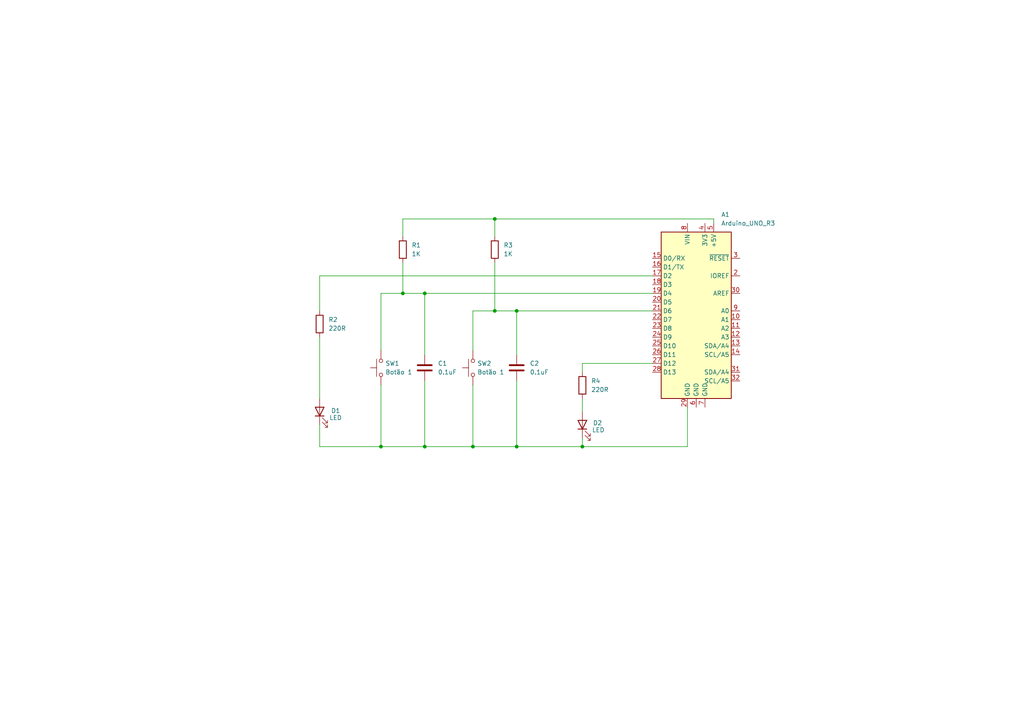
<source format=kicad_sch>
(kicad_sch (version 20250114) (generator "eeschema") (generator_version "9.0")
  (paper "A4")
  (lib_symbols
    (symbol "Device:C" (pin_numbers (hide yes)) (pin_names (offset 0.254))
      (property "Reference" "C" (at 0.635 2.54 0))
      (property "Value" "C" (at 0.635 -2.54 0))
      (symbol "C_0_1"
        (polyline (pts (xy -2.032 0.762) (xy 2.032 0.762)) (stroke (width 0.508)))
        (polyline (pts (xy -2.032 -0.762) (xy 2.032 -0.762)) (stroke (width 0.508)))
      )
      (symbol "C_1_1"
        (pin passive line (at 0 3.81 270) (length 2.794) (name "~") (number "1"))
        (pin passive line (at 0 -3.81 90) (length 2.794) (name "~") (number "2"))
      )
    )
    (symbol "Device:LED" (pin_numbers (hide yes)) (pin_names (offset 1.016) (hide yes))
      (property "Reference" "D" (at 0 2.54 0))
      (property "Value" "LED" (at 0 -2.54 0))
      (symbol "LED_0_1"
        (polyline (pts (xy -3.048 -0.762) (xy -4.572 -2.286) (xy -3.81 -2.286) (xy -4.572 -2.286) (xy -4.572 -1.524)))
        (polyline (pts (xy -1.778 -0.762) (xy -3.302 -2.286) (xy -2.54 -2.286) (xy -3.302 -2.286) (xy -3.302 -1.524)))
        (polyline (pts (xy -1.27 0) (xy 1.27 0)))
        (polyline (pts (xy -1.27 -1.27) (xy -1.27 1.27)) (stroke (width 0.254)))
        (polyline (pts (xy 1.27 -1.27) (xy 1.27 1.27) (xy -1.27 0) (xy 1.27 -1.27)) (stroke (width 0.254)))
      )
      (symbol "LED_1_1"
        (pin passive line (at -3.81 0 0) (length 2.54) (name "K") (number "1"))
        (pin passive line (at 3.81 0 180) (length 2.54) (name "A") (number "2"))
      )
    )
    (symbol "Device:R" (pin_numbers (hide yes)) (pin_names (offset 0))
      (property "Reference" "R" (at 2.032 0 90))
      (property "Value" "R" (at 0 0 90))
      (symbol "R_0_1"
        (rectangle (start -1.016 -2.54) (end 1.016 2.54) (stroke (width 0.254)))
      )
      (symbol "R_1_1"
        (pin passive line (at 0 3.81 270) (length 1.27) (name "~") (number "1"))
        (pin passive line (at 0 -3.81 90) (length 1.27) (name "~") (number "2"))
      )
    )
    (symbol "MCU_Module:Arduino_UNO_R3"
      (property "Reference" "A" (at -10.16 23.495 0))
      (property "Value" "Arduino_UNO_R3" (at 5.08 -26.67 0))
      (symbol "Arduino_UNO_R3_0_1"
        (rectangle (start -10.16 22.86) (end 10.16 -25.4) (stroke (width 0.254)) (fill (type background)))
      )
      (symbol "Arduino_UNO_R3_1_1"
        (pin bidirectional line (at -12.7 15.24 0) (length 2.54) (name "D0/RX") (number "15"))
        (pin bidirectional line (at -12.7 12.7 0) (length 2.54) (name "D1/TX") (number "16"))
        (pin bidirectional line (at -12.7 10.16 0) (length 2.54) (name "D2") (number "17"))
        (pin bidirectional line (at -12.7 7.62 0) (length 2.54) (name "D3") (number "18"))
        (pin bidirectional line (at -12.7 5.08 0) (length 2.54) (name "D4") (number "19"))
        (pin bidirectional line (at -12.7 2.54 0) (length 2.54) (name "D5") (number "20"))
        (pin bidirectional line (at -12.7 0 0) (length 2.54) (name "D6") (number "21"))
        (pin bidirectional line (at -12.7 -2.54 0) (length 2.54) (name "D7") (number "22"))
        (pin bidirectional line (at -12.7 -5.08 0) (length 2.54) (name "D8") (number "23"))
        (pin bidirectional line (at -12.7 -7.62 0) (length 2.54) (name "D9") (number "24"))
        (pin bidirectional line (at -12.7 -10.16 0) (length 2.54) (name "D10") (number "25"))
        (pin bidirectional line (at -12.7 -12.7 0) (length 2.54) (name "D11") (number "26"))
        (pin bidirectional line (at -12.7 -15.24 0) (length 2.54) (name "D12") (number "27"))
        (pin bidirectional line (at -12.7 -17.78 0) (length 2.54) (name "D13") (number "28"))
        (pin no_connect line (at -10.16 -20.32 0) (length 2.54) (hide yes) (name "NC") (number "1"))
        (pin power_in line (at -2.54 25.4 270) (length 2.54) (name "VIN") (number "8"))
        (pin power_in line (at -2.54 -27.94 90) (length 2.54) (name "GND") (number "29"))
        (pin power_in line (at 0 -27.94 90) (length 2.54) (name "GND") (number "6"))
        (pin power_out line (at 2.54 25.4 270) (length 2.54) (name "3V3") (number "4"))
        (pin power_in line (at 2.54 -27.94 90) (length 2.54) (name "GND") (number "7"))
        (pin power_out line (at 5.08 25.4 270) (length 2.54) (name "+5V") (number "5"))
        (pin input line (at 12.7 15.24 180) (length 2.54) (name "~{RESET}") (number "3"))
        (pin output line (at 12.7 10.16 180) (length 2.54) (name "IOREF") (number "2"))
        (pin input line (at 12.7 5.08 180) (length 2.54) (name "AREF") (number "30"))
        (pin bidirectional line (at 12.7 0 180) (length 2.54) (name "A0") (number "9"))
        (pin bidirectional line (at 12.7 -2.54 180) (length 2.54) (name "A1") (number "10"))
        (pin bidirectional line (at 12.7 -5.08 180) (length 2.54) (name "A2") (number "11"))
        (pin bidirectional line (at 12.7 -7.62 180) (length 2.54) (name "A3") (number "12"))
        (pin bidirectional line (at 12.7 -10.16 180) (length 2.54) (name "SDA/A4") (number "13"))
        (pin bidirectional line (at 12.7 -12.7 180) (length 2.54) (name "SCL/A5") (number "14"))
        (pin bidirectional line (at 12.7 -17.78 180) (length 2.54) (name "SDA/A4") (number "31"))
        (pin bidirectional line (at 12.7 -20.32 180) (length 2.54) (name "SCL/A5") (number "32"))
      )
    )
    (symbol "Switch:SW_Push" (pin_numbers (hide yes)) (pin_names (offset 1.016) (hide yes))
      (property "Reference" "SW" (at 1.27 2.54 0))
      (property "Value" "SW_Push" (at 0 -1.524 0))
      (symbol "SW_Push_0_1"
        (circle (center -2.032 0) (radius 0.508))
        (polyline (pts (xy 0 1.27) (xy 0 3.048)))
        (circle (center 2.032 0) (radius 0.508))
        (polyline (pts (xy 2.54 1.27) (xy -2.54 1.27)))
        (pin passive line (at -5.08 0 0) (length 2.54) (name "1") (number "1"))
        (pin passive line (at 5.08 0 180) (length 2.54) (name "2") (number "2"))
      )
    )
  )
  (junction (at 168.91 129.54))
  (junction (at 149.86 129.54))
  (junction (at 110.49 129.54))
  (junction (at 116.84 85.09))
  (junction (at 149.86 90.17))
  (junction (at 137.16 129.54))
  (junction (at 143.51 63.5))
  (junction (at 123.19 129.54))
  (junction (at 123.19 85.09))
  (junction (at 143.51 90.17))
  (wire (pts (xy 92.71 97.79) (xy 92.71 115.57)))
  (wire (pts (xy 110.49 111.76) (xy 110.49 129.54)))
  (wire (pts (xy 116.84 76.2) (xy 116.84 85.09)))
  (wire (pts (xy 116.84 63.5) (xy 143.51 63.5)))
  (wire (pts (xy 92.71 129.54) (xy 110.49 129.54)))
  (wire (pts (xy 137.16 111.76) (xy 137.16 129.54)))
  (wire (pts (xy 110.49 129.54) (xy 123.19 129.54)))
  (wire (pts (xy 207.01 63.5) (xy 207.01 64.77)))
  (wire (pts (xy 137.16 90.17) (xy 143.51 90.17)))
  (wire (pts (xy 92.71 80.01) (xy 92.71 90.17)))
  (wire (pts (xy 123.19 85.09) (xy 116.84 85.09)))
  (wire (pts (xy 168.91 105.41) (xy 168.91 107.95)))
  (wire (pts (xy 189.23 80.01) (xy 92.71 80.01)))
  (wire (pts (xy 149.86 90.17) (xy 149.86 102.87)))
  (wire (pts (xy 123.19 110.49) (xy 123.19 129.54)))
  (wire (pts (xy 189.23 105.41) (xy 168.91 105.41)))
  (wire (pts (xy 143.51 63.5) (xy 207.01 63.5)))
  (wire (pts (xy 149.86 110.49) (xy 149.86 129.54)))
  (wire (pts (xy 137.16 129.54) (xy 149.86 129.54)))
  (wire (pts (xy 143.51 76.2) (xy 143.51 90.17)))
  (wire (pts (xy 168.91 127) (xy 168.91 129.54)))
  (wire (pts (xy 123.19 129.54) (xy 137.16 129.54)))
  (wire (pts (xy 149.86 129.54) (xy 168.91 129.54)))
  (wire (pts (xy 123.19 85.09) (xy 123.19 102.87)))
  (wire (pts (xy 116.84 63.5) (xy 116.84 68.58)))
  (wire (pts (xy 110.49 101.6) (xy 110.49 85.09)))
  (wire (pts (xy 143.51 90.17) (xy 149.86 90.17)))
  (wire (pts (xy 137.16 101.6) (xy 137.16 90.17)))
  (wire (pts (xy 92.71 123.19) (xy 92.71 129.54)))
  (wire (pts (xy 143.51 63.5) (xy 143.51 68.58)))
  (wire (pts (xy 110.49 85.09) (xy 116.84 85.09)))
  (wire (pts (xy 149.86 90.17) (xy 189.23 90.17)))
  (wire (pts (xy 168.91 129.54) (xy 199.39 129.54)))
  (wire (pts (xy 168.91 115.57) (xy 168.91 119.38)))
  (wire (pts (xy 199.39 129.54) (xy 199.39 118.11)))
  (wire (pts (xy 189.23 85.09) (xy 123.19 85.09)))
  (symbol (lib_id "Switch:SW_Push") (at 137.16 106.68 90) (unit 1)
    (property "Reference" "SW2" (at 138.43 105.4099 90) (effects (justify right)))
    (property "Value" "Botão 1" (at 138.43 107.95 90) (effects (justify right)))
    (property "Description" "Push button switch, generic, two pins" (effects (hide yes)))
  )
  (symbol (lib_id "Device:C") (at 149.86 106.68 0) (unit 1)
    (property "Reference" "C2" (at 153.67 105.4099 0) (effects (justify left)))
    (property "Value" "0.1uF" (at 153.67 107.9499 0) (effects (justify left)))
    (property "Description" "Unpolarized capacitor" (effects (hide yes)))
  )
  (symbol (lib_id "Switch:SW_Push") (at 110.49 106.68 90) (unit 1)
    (property "Reference" "SW1" (at 111.76 105.4099 90) (effects (justify right)))
    (property "Value" "Botão 1" (at 111.76 107.95 90) (effects (justify right)))
    (property "Description" "Push button switch, generic, two pins" (effects (hide yes)))
  )
  (symbol (lib_id "Device:C") (at 123.19 106.68 0) (unit 1)
    (property "Reference" "C1" (at 127 105.4099 0) (effects (justify left)))
    (property "Value" "0.1uF" (at 127 107.9499 0) (effects (justify left)))
    (property "Description" "Unpolarized capacitor" (effects (hide yes)))
  )
  (symbol (lib_id "Device:R") (at 143.51 72.39 0) (unit 1)
    (property "Reference" "R3" (at 146.05 71.1199 0) (effects (justify left)))
    (property "Value" "1K" (at 146.05 73.6599 0) (effects (justify left)))
    (property "Description" "Resistor" (effects (hide yes)))
  )
  (symbol (lib_id "Device:R") (at 168.91 111.76 0) (unit 1)
    (property "Reference" "R4" (at 171.45 110.4899 0) (effects (justify left)))
    (property "Value" "220R" (at 171.45 113.0299 0) (effects (justify left)))
    (property "Description" "Resistor" (effects (hide yes)))
  )
  (symbol (lib_id "Device:LED") (at 92.71 119.38 90) (unit 1)
    (property "Reference" "D1" (at 96.012 119.126 90) (effects (justify right)))
    (property "Value" "LED" (at 95.504 121.158 90) (effects (justify right)))
    (property "Description" "Light emitting diode" (effects (hide yes)))
    (property "Sim.Pins" "1=K 2=A" (effects (hide yes)))
  )
  (symbol (lib_id "Device:R") (at 116.84 72.39 0) (unit 1)
    (property "Reference" "R1" (at 119.38 71.1199 0) (effects (justify left)))
    (property "Value" "1K" (at 119.38 73.6599 0) (effects (justify left)))
    (property "Description" "Resistor" (effects (hide yes)))
  )
  (symbol (lib_id "Device:LED") (at 168.91 123.19 90) (unit 1)
    (property "Reference" "D2" (at 171.958 122.682 90) (effects (justify right)))
    (property "Value" "LED" (at 171.704 124.714 90) (effects (justify right)))
    (property "Description" "Light emitting diode" (effects (hide yes)))
    (property "Sim.Pins" "1=K 2=A" (effects (hide yes)))
  )
  (symbol (lib_id "MCU_Module:Arduino_UNO_R3") (at 201.93 90.17 0) (unit 1)
    (property "Reference" "A1" (at 209.1533 62.23 0) (effects (justify left)))
    (property "Value" "Arduino_UNO_R3" (at 209.1533 64.77 0) (effects (justify left)))
    (property "Footprint" "Module:Arduino_UNO_R3" (effects (hide yes)))
    (property "Datasheet" "https://www.arduino.cc/en/Main/arduinoBoardUno" (effects (hide yes)))
    (property "Description" "Arduino UNO Microcontroller Module, release 3" (effects (hide yes)))
  )
  (symbol (lib_id "Device:R") (at 92.71 93.98 0) (unit 1)
    (property "Reference" "R2" (at 95.25 92.7099 0) (effects (justify left)))
    (property "Value" "220R" (at 95.25 95.2499 0) (effects (justify left)))
    (property "Description" "Resistor" (effects (hide yes)))
  )
)
</source>
